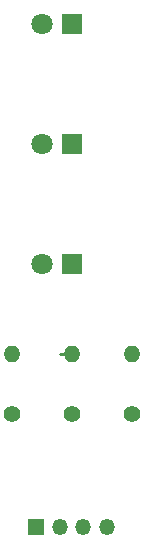
<source format=gbr>
%TF.GenerationSoftware,KiCad,Pcbnew,(7.0.0-0)*%
%TF.CreationDate,2023-03-02T10:14:46-05:00*%
%TF.ProjectId,FabAcademy v1,46616241-6361-4646-956d-792076312e6b,rev?*%
%TF.SameCoordinates,Original*%
%TF.FileFunction,Copper,L2,Bot*%
%TF.FilePolarity,Positive*%
%FSLAX46Y46*%
G04 Gerber Fmt 4.6, Leading zero omitted, Abs format (unit mm)*
G04 Created by KiCad (PCBNEW (7.0.0-0)) date 2023-03-02 10:14:46*
%MOMM*%
%LPD*%
G01*
G04 APERTURE LIST*
%TA.AperFunction,ComponentPad*%
%ADD10C,1.400000*%
%TD*%
%TA.AperFunction,ComponentPad*%
%ADD11O,1.400000X1.400000*%
%TD*%
%TA.AperFunction,ComponentPad*%
%ADD12O,1.350000X1.350000*%
%TD*%
%TA.AperFunction,ComponentPad*%
%ADD13R,1.350000X1.350000*%
%TD*%
%TA.AperFunction,ComponentPad*%
%ADD14R,1.800000X1.800000*%
%TD*%
%TA.AperFunction,ComponentPad*%
%ADD15C,1.800000*%
%TD*%
%TA.AperFunction,Conductor*%
%ADD16C,0.250000*%
%TD*%
G04 APERTURE END LIST*
D10*
%TO.P,R1,1*%
%TO.N,Net-(J1-Pin_2)*%
X198120000Y-104140000D03*
D11*
%TO.P,R1,2*%
%TO.N,Net-(D1-A)*%
X198119999Y-99059999D03*
%TD*%
D12*
%TO.P,J1,4,Pin_4*%
%TO.N,Net-(J1-Pin_4)*%
X206199999Y-113739999D03*
%TO.P,J1,3,Pin_3*%
%TO.N,Net-(J1-Pin_3)*%
X204199999Y-113739999D03*
%TO.P,J1,2,Pin_2*%
%TO.N,Net-(J1-Pin_2)*%
X202199999Y-113739999D03*
D13*
%TO.P,J1,1,Pin_1*%
%TO.N,Net-(D1-K)*%
X200199999Y-113739999D03*
%TD*%
D11*
%TO.P,R3,2*%
%TO.N,Net-(D3-A)*%
X208279999Y-99059999D03*
D10*
%TO.P,R3,1*%
%TO.N,Net-(J1-Pin_4)*%
X208280000Y-104140000D03*
%TD*%
%TO.P,R2,1*%
%TO.N,Net-(J1-Pin_3)*%
X203200000Y-104140000D03*
D11*
%TO.P,R2,2*%
%TO.N,Net-(D2-A)*%
X203199999Y-99059999D03*
%TD*%
D14*
%TO.P,D3,1,K*%
%TO.N,Net-(D1-K)*%
X203199999Y-91439999D03*
D15*
%TO.P,D3,2,A*%
%TO.N,Net-(D3-A)*%
X200660000Y-91440000D03*
%TD*%
D14*
%TO.P,D2,1,K*%
%TO.N,Net-(D1-K)*%
X203199999Y-81279999D03*
D15*
%TO.P,D2,2,A*%
%TO.N,Net-(D2-A)*%
X200660000Y-81280000D03*
%TD*%
D14*
%TO.P,D1,1,K*%
%TO.N,Net-(D1-K)*%
X203199999Y-71119999D03*
D15*
%TO.P,D1,2,A*%
%TO.N,Net-(D1-A)*%
X200660000Y-71120000D03*
%TD*%
D16*
%TO.N,Net-(D1-K)*%
X200100000Y-113740000D02*
X200200000Y-113740000D01*
%TO.N,Net-(D2-A)*%
X202210051Y-99060000D02*
X203200000Y-99060000D01*
%TD*%
M02*

</source>
